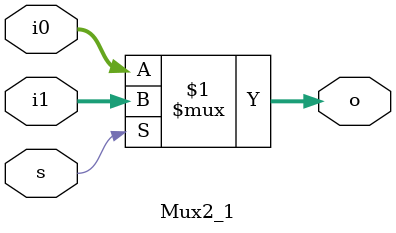
<source format=sv>
module Mux2_1 #(
    WIDTH = 32
) (
    input   [WIDTH - 1 : 0] i0,
    input   [WIDTH - 1 : 0] i1,
    input                   s,
    output  [WIDTH - 1 : 0] o
);

    assign o = s ? i1 : i0;
    
endmodule
</source>
